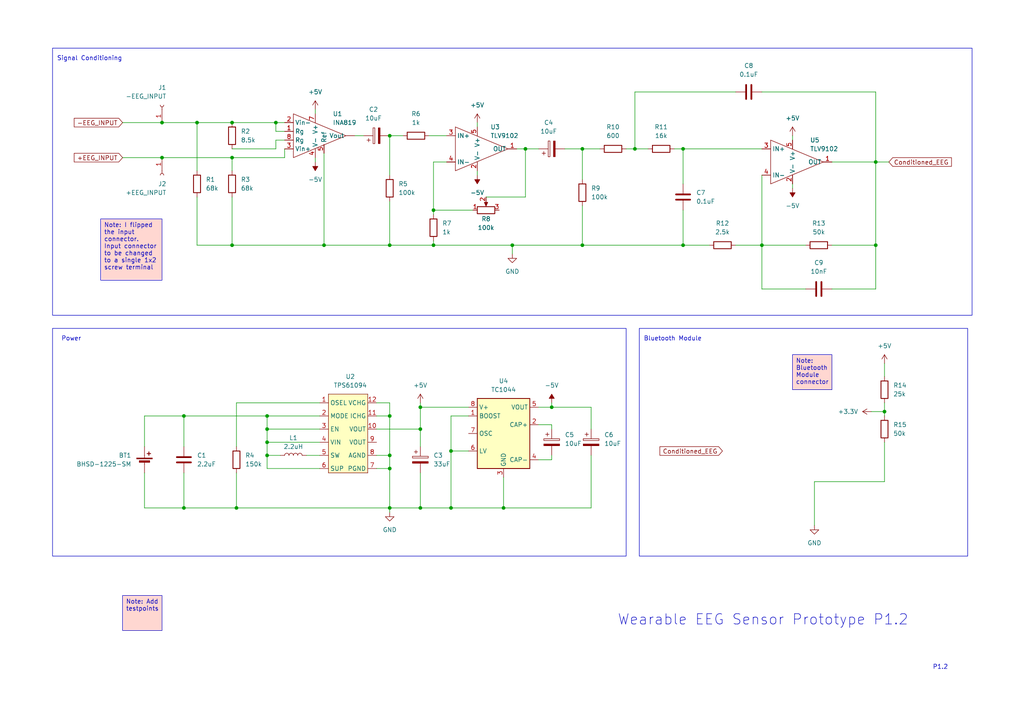
<source format=kicad_sch>
(kicad_sch (version 20230121) (generator eeschema)
  (paper "A4")
  (lib_symbols
    (symbol "Connector:Conn_01x01_Socket" (pin_names (offset 1.016) hide)
      (property "Reference" "J" (at 0 2.54 0))
      (property "Value" "Conn_01x01_Socket" (at 0 -2.54 0))
      (symbol "Conn_01x01_Socket_1_1"
        (polyline (pts (xy -1.27 0) (xy -0.508 0)) (stroke (width 0.1524)))
        (arc (start 0 0.508) (mid -0.5058 0) (end 0 -0.508) (stroke (width 0.1524)))
        (pin passive line (at -5.08 0 0) (length 3.81) (name "Pin_1") (number "1"))
      )
    )
    (symbol "Device:Battery_Cell" (pin_numbers hide) (pin_names (offset 0) hide)
      (property "Reference" "BT" (at 2.54 2.54 0))
      (property "Value" "Battery_Cell" (at 2.54 0 0))
      (symbol "Battery_Cell_0_1"
        (rectangle (start -2.286 1.778) (end 2.286 1.524) (fill (type outline)))
        (rectangle (start -1.524 1.016) (end 1.524 0.508) (fill (type outline)))
        (polyline (pts (xy 0 0.762) (xy 0 0)))
        (polyline (pts (xy 0 1.778) (xy 0 2.54)))
        (polyline (pts (xy 0.762 3.048) (xy 1.778 3.048)) (stroke (width 0.254)))
        (polyline (pts (xy 1.27 3.556) (xy 1.27 2.54)) (stroke (width 0.254)))
      )
      (symbol "Battery_Cell_1_1"
        (pin passive line (at 0 5.08 270) (length 2.54) (name "+") (number "1"))
        (pin passive line (at 0 -2.54 90) (length 2.54) (name "-") (number "2"))
      )
    )
    (symbol "Device:C" (pin_numbers hide) (pin_names (offset 0.254))
      (property "Reference" "C" (at 0.635 2.54 0))
      (property "Value" "C" (at 0.635 -2.54 0))
      (symbol "C_0_1"
        (polyline (pts (xy -2.032 -0.762) (xy 2.032 -0.762)) (stroke (width 0.508)))
        (polyline (pts (xy -2.032 0.762) (xy 2.032 0.762)) (stroke (width 0.508)))
      )
      (symbol "C_1_1"
        (pin passive line (at 0 3.81 270) (length 2.794) (name "~") (number "1"))
        (pin passive line (at 0 -3.81 90) (length 2.794) (name "~") (number "2"))
      )
    )
    (symbol "Device:C_Polarized" (pin_numbers hide) (pin_names (offset 0.254))
      (property "Reference" "C" (at 0.635 2.54 0))
      (property "Value" "C_Polarized" (at 0.635 -2.54 0))
      (symbol "C_Polarized_0_1"
        (rectangle (start -2.286 0.508) (end 2.286 1.016))
        (polyline (pts (xy -1.778 2.286) (xy -0.762 2.286)))
        (polyline (pts (xy -1.27 2.794) (xy -1.27 1.778)))
        (rectangle (start 2.286 -0.508) (end -2.286 -1.016) (fill (type outline)))
      )
      (symbol "C_Polarized_1_1"
        (pin passive line (at 0 3.81 270) (length 2.794) (name "~") (number "1"))
        (pin passive line (at 0 -3.81 90) (length 2.794) (name "~") (number "2"))
      )
    )
    (symbol "Device:L" (pin_numbers hide) (pin_names (offset 1.016) hide)
      (property "Reference" "L" (at -1.27 0 90))
      (property "Value" "L" (at 1.905 0 90))
      (symbol "L_0_1"
        (arc (start 0 -2.54) (mid 0.6323 -1.905) (end 0 -1.27))
        (arc (start 0 -1.27) (mid 0.6323 -0.635) (end 0 0))
        (arc (start 0 0) (mid 0.6323 0.635) (end 0 1.27))
        (arc (start 0 1.27) (mid 0.6323 1.905) (end 0 2.54))
      )
      (symbol "L_1_1"
        (pin passive line (at 0 3.81 270) (length 1.27) (name "1") (number "1"))
        (pin passive line (at 0 -3.81 90) (length 1.27) (name "2") (number "2"))
      )
    )
    (symbol "Device:R" (pin_numbers hide) (pin_names (offset 0))
      (property "Reference" "R" (at 2.032 0 90))
      (property "Value" "R" (at 0 0 90))
      (symbol "R_0_1"
        (rectangle (start -1.016 -2.54) (end 1.016 2.54) (stroke (width 0.254)))
      )
      (symbol "R_1_1"
        (pin passive line (at 0 3.81 270) (length 1.27) (name "~") (number "1"))
        (pin passive line (at 0 -3.81 90) (length 1.27) (name "~") (number "2"))
      )
    )
    (symbol "Device:R_Potentiometer" (pin_names (offset 1.016) hide)
      (property "Reference" "RV" (at -4.445 0 90))
      (property "Value" "R_Potentiometer" (at -2.54 0 90))
      (symbol "R_Potentiometer_0_1"
        (polyline (pts (xy 2.54 0) (xy 1.524 0)))
        (polyline (pts (xy 1.143 0) (xy 2.286 0.508) (xy 2.286 -0.508) (xy 1.143 0)) (fill (type outline)))
        (rectangle (start 1.016 2.54) (end -1.016 -2.54) (stroke (width 0.254)))
      )
      (symbol "R_Potentiometer_1_1"
        (pin passive line (at 0 3.81 270) (length 1.27) (name "1") (number "1"))
        (pin passive line (at 3.81 0 180) (length 1.27) (name "2") (number "2"))
        (pin passive line (at 0 -3.81 90) (length 1.27) (name "3") (number "3"))
      )
    )
    (symbol "My_Library:INA118"
      (property "Reference" "U" (at 3.81 6.35 0))
      (symbol "INA118_0_1"
        (polyline (pts (xy -5.08 5.08) (xy -5.08 -6.35) (xy 10.16 0) (xy -5.08 6.35) (xy -5.08 5.08)))
      )
      (symbol "INA118_1_0"
        (pin bidirectional line (at 12.7 0 180) (length 2.54) (name "Vout") (number ""))
        (pin bidirectional line (at -7.62 1.27 0) (length 2.54) (name "Rg") (number "1"))
        (pin input line (at -7.62 3.81 0) (length 2.54) (name "Vin-") (number "2"))
        (pin input line (at -7.62 -3.81 0) (length 2.54) (name "Vin+") (number "3"))
        (pin bidirectional line (at 1.27 -6.35 90) (length 2.54) (name "V-") (number "4"))
        (pin bidirectional line (at 3.81 -5.08 90) (length 2.54) (name "Ref") (number "5"))
        (pin bidirectional line (at 1.27 6.35 270) (length 2.54) (name "V+") (number "7"))
        (pin bidirectional line (at -7.62 -1.27 0) (length 2.54) (name "Rg") (number "8"))
      )
    )
    (symbol "My_Library:TLV9101"
      (property "Reference" "U" (at 0 8.89 0))
      (symbol "TLV9101_0_1"
        (polyline (pts (xy 0 7.62) (xy 0 -5.08) (xy 15.24 1.27) (xy 0 7.62)))
      )
      (symbol "TLV9101_1_0"
        (pin output line (at 17.78 1.27 180) (length 2.54) (name "OUT") (number "1"))
        (pin input line (at 6.35 -5.08 90) (length 2.54) (name "V-") (number "2"))
        (pin input line (at -2.54 5.08 0) (length 2.54) (name "IN+") (number "3"))
        (pin input line (at -2.54 -2.54 0) (length 2.54) (name "IN-") (number "4"))
        (pin input line (at 6.35 7.62 270) (length 2.54) (name "V+") (number "5"))
      )
    )
    (symbol "My_Library:TPS61094"
      (property "Reference" "U1" (at 1.27 5.08 0))
      (property "Value" "TPS61094" (at 1.27 2.54 0))
      (symbol "TPS61094_1_1"
        (polyline (pts (xy -5.08 0) (xy -5.08 -22.86) (xy 6.35 -22.86) (xy 6.35 0) (xy -5.08 0)) (fill (type background)))
        (pin input line (at -7.62 -2.54 0) (length 2.54) (name "OSEL") (number "1"))
        (pin output line (at 8.89 -10.16 180) (length 2.54) (name "VOUT") (number "10"))
        (pin input line (at 8.89 -6.35 180) (length 2.54) (name "ICHG") (number "11"))
        (pin input line (at 8.89 -2.54 180) (length 2.54) (name "VCHG") (number "12"))
        (pin input line (at -7.62 -6.35 0) (length 2.54) (name "MODE") (number "2"))
        (pin input line (at -7.62 -10.16 0) (length 2.54) (name "EN") (number "3"))
        (pin input line (at -7.62 -13.97 0) (length 2.54) (name "VIN") (number "4"))
        (pin input line (at -7.62 -17.78 0) (length 2.54) (name "SW") (number "5"))
        (pin input line (at -7.62 -21.59 0) (length 2.54) (name "SUP") (number "6"))
        (pin output line (at 8.89 -21.59 180) (length 2.54) (name "PGND") (number "7"))
        (pin output line (at 8.89 -17.78 180) (length 2.54) (name "AGND") (number "8"))
        (pin output line (at 8.89 -13.97 180) (length 2.54) (name "VOUT") (number "9"))
      )
    )
    (symbol "Regulator_SwitchedCapacitor:LTC1044"
      (property "Reference" "U" (at -6.35 11.43 0))
      (property "Value" "LTC1044" (at 3.81 11.43 0))
      (symbol "LTC1044_0_1"
        (rectangle (start -7.62 10.16) (end 7.62 -10.16) (stroke (width 0.254)) (fill (type background)))
      )
      (symbol "LTC1044_1_1"
        (pin input line (at -10.16 5.08 0) (length 2.54) (name "BOOST") (number "1"))
        (pin input line (at 10.16 2.54 180) (length 2.54) (name "CAP+") (number "2"))
        (pin power_in line (at 0 -12.7 90) (length 2.54) (name "GND") (number "3"))
        (pin input line (at 10.16 -7.62 180) (length 2.54) (name "CAP-") (number "4"))
        (pin power_out line (at 10.16 7.62 180) (length 2.54) (name "VOUT") (number "5"))
        (pin input line (at -10.16 -5.08 0) (length 2.54) (name "LV") (number "6"))
        (pin input line (at -10.16 0 0) (length 2.54) (name "OSC") (number "7"))
        (pin power_in line (at -10.16 7.62 0) (length 2.54) (name "V+") (number "8"))
      )
    )
    (symbol "power:+3.3V" (power) (pin_names (offset 0))
      (property "Value" "+3.3V" (at 0 3.556 0))
      (symbol "+3.3V_0_1"
        (polyline (pts (xy -0.762 1.27) (xy 0 2.54)))
        (polyline (pts (xy 0 0) (xy 0 2.54)))
        (polyline (pts (xy 0 2.54) (xy 0.762 1.27)))
      )
      (symbol "+3.3V_1_1"
        (pin power_in line (at 0 0 90) (length 0) hide (name "+3.3V") (number "1"))
      )
    )
    (symbol "power:+5V" (power) (pin_names (offset 0))
      (property "Value" "+5V" (at 0 3.556 0))
      (symbol "+5V_0_1"
        (polyline (pts (xy -0.762 1.27) (xy 0 2.54)))
        (polyline (pts (xy 0 0) (xy 0 2.54)))
        (polyline (pts (xy 0 2.54) (xy 0.762 1.27)))
      )
      (symbol "+5V_1_1"
        (pin power_in line (at 0 0 90) (length 0) hide (name "+5V") (number "1"))
      )
    )
    (symbol "power:-5V" (power) (pin_names (offset 0))
      (property "Value" "-5V" (at 0 3.81 0))
      (symbol "-5V_0_0"
        (pin power_in line (at 0 0 90) (length 0) hide (name "-5V") (number "1"))
      )
      (symbol "-5V_0_1"
        (polyline (pts (xy 0 0) (xy 0 1.27) (xy 0.762 1.27) (xy 0 2.54) (xy -0.762 1.27) (xy 0 1.27)) (fill (type outline)))
      )
    )
    (symbol "power:GND" (power) (pin_names (offset 0))
      (property "Value" "GND" (at 0 -3.81 0))
      (symbol "GND_0_1"
        (polyline (pts (xy 0 0) (xy 0 -1.27) (xy 1.27 -1.27) (xy 0 -2.54) (xy -1.27 -1.27) (xy 0 -1.27)))
      )
      (symbol "GND_1_1"
        (pin power_in line (at 0 0 270) (length 0) hide (name "GND") (number "1"))
      )
    )
  )
  (junction (at 125.73 71.12))
  (junction (at 46.99 45.72))
  (junction (at 67.31 71.12))
  (junction (at 113.03 39.37))
  (junction (at 130.81 130.81))
  (junction (at 125.73 60.96))
  (junction (at 130.81 147.32))
  (junction (at 53.34 120.65))
  (junction (at 77.47 128.27))
  (junction (at 198.12 43.18))
  (junction (at 168.91 71.12))
  (junction (at 68.58 147.32))
  (junction (at 77.47 120.65))
  (junction (at 198.12 71.12))
  (junction (at 254 71.12))
  (junction (at 168.91 43.18))
  (junction (at 148.59 71.12))
  (junction (at 113.03 147.32))
  (junction (at 113.03 135.89))
  (junction (at 121.92 118.11))
  (junction (at 46.99 35.56))
  (junction (at 113.03 120.65))
  (junction (at 220.98 71.12))
  (junction (at 152.4 43.18))
  (junction (at 113.03 132.08))
  (junction (at 67.31 35.56))
  (junction (at 121.92 147.32))
  (junction (at 77.47 124.46))
  (junction (at 146.05 147.32))
  (junction (at 113.03 71.12))
  (junction (at 53.34 147.32))
  (junction (at 93.98 71.12))
  (junction (at 67.31 45.72))
  (junction (at 254 46.99))
  (junction (at 184.15 43.18))
  (junction (at 256.54 119.38))
  (junction (at 80.01 35.56))
  (junction (at 121.92 124.46))
  (junction (at 57.15 35.56))
  (junction (at 160.02 118.11))
  (junction (at 77.47 132.08))
  (wire (pts (xy 241.3 46.99) (xy 254 46.99)))
  (wire (pts (xy 140.97 57.15) (xy 152.4 57.15)))
  (wire (pts (xy 41.91 120.65) (xy 53.34 120.65)))
  (wire (pts (xy 256.54 116.84) (xy 256.54 119.38)))
  (wire (pts (xy 125.73 60.96) (xy 137.16 60.96)))
  (wire (pts (xy 57.15 49.53) (xy 57.15 35.56)))
  (wire (pts (xy 152.4 43.18) (xy 152.4 57.15)))
  (wire (pts (xy 109.22 124.46) (xy 121.92 124.46)))
  (wire (pts (xy 121.92 147.32) (xy 130.81 147.32)))
  (wire (pts (xy 220.98 71.12) (xy 220.98 83.82)))
  (wire (pts (xy 213.36 26.67) (xy 184.15 26.67)))
  (wire (pts (xy 254 46.99) (xy 257.81 46.99)))
  (wire (pts (xy 57.15 35.56) (xy 67.31 35.56)))
  (wire (pts (xy 236.22 139.7) (xy 236.22 152.4)))
  (wire (pts (xy 109.22 120.65) (xy 113.03 120.65)))
  (wire (pts (xy 113.03 71.12) (xy 125.73 71.12)))
  (wire (pts (xy 77.47 128.27) (xy 77.47 124.46)))
  (wire (pts (xy 160.02 118.11) (xy 171.45 118.11)))
  (wire (pts (xy 80.01 43.18) (xy 80.01 40.64)))
  (wire (pts (xy 91.44 46.99) (xy 91.44 45.72)))
  (wire (pts (xy 113.03 148.59) (xy 113.03 147.32)))
  (wire (pts (xy 77.47 132.08) (xy 77.47 128.27)))
  (wire (pts (xy 113.03 39.37) (xy 116.84 39.37)))
  (wire (pts (xy 121.92 137.16) (xy 121.92 147.32)))
  (wire (pts (xy 35.56 45.72) (xy 46.99 45.72)))
  (wire (pts (xy 125.73 69.85) (xy 125.73 71.12)))
  (wire (pts (xy 125.73 46.99) (xy 125.73 60.96)))
  (wire (pts (xy 102.87 39.37) (xy 105.41 39.37)))
  (wire (pts (xy 213.36 71.12) (xy 220.98 71.12)))
  (wire (pts (xy 198.12 43.18) (xy 198.12 53.34)))
  (wire (pts (xy 254 46.99) (xy 254 71.12)))
  (wire (pts (xy 229.87 39.37) (xy 229.87 40.64)))
  (wire (pts (xy 135.89 120.65) (xy 130.81 120.65)))
  (wire (pts (xy 121.92 124.46) (xy 121.92 129.54)))
  (wire (pts (xy 88.9 132.08) (xy 92.71 132.08)))
  (wire (pts (xy 77.47 135.89) (xy 77.47 132.08)))
  (wire (pts (xy 77.47 124.46) (xy 92.71 124.46)))
  (wire (pts (xy 168.91 43.18) (xy 173.99 43.18)))
  (wire (pts (xy 160.02 116.84) (xy 160.02 118.11)))
  (wire (pts (xy 46.99 45.72) (xy 67.31 45.72)))
  (wire (pts (xy 109.22 116.84) (xy 113.03 116.84)))
  (wire (pts (xy 121.92 147.32) (xy 113.03 147.32)))
  (wire (pts (xy 67.31 57.15) (xy 67.31 71.12)))
  (wire (pts (xy 57.15 71.12) (xy 67.31 71.12)))
  (wire (pts (xy 80.01 35.56) (xy 80.01 38.1)))
  (wire (pts (xy 93.98 44.45) (xy 93.98 71.12)))
  (wire (pts (xy 68.58 116.84) (xy 68.58 129.54)))
  (wire (pts (xy 168.91 43.18) (xy 168.91 52.07)))
  (wire (pts (xy 171.45 132.08) (xy 171.45 147.32)))
  (wire (pts (xy 220.98 50.8) (xy 220.98 71.12)))
  (wire (pts (xy 160.02 132.08) (xy 160.02 133.35)))
  (wire (pts (xy 149.86 43.18) (xy 152.4 43.18)))
  (wire (pts (xy 67.31 43.18) (xy 80.01 43.18)))
  (wire (pts (xy 256.54 119.38) (xy 256.54 120.65)))
  (wire (pts (xy 82.55 45.72) (xy 82.55 43.18)))
  (wire (pts (xy 229.87 54.61) (xy 229.87 53.34)))
  (wire (pts (xy 160.02 118.11) (xy 156.21 118.11)))
  (wire (pts (xy 68.58 116.84) (xy 92.71 116.84)))
  (wire (pts (xy 57.15 57.15) (xy 57.15 71.12)))
  (wire (pts (xy 113.03 132.08) (xy 109.22 132.08)))
  (wire (pts (xy 138.43 35.56) (xy 138.43 36.83)))
  (wire (pts (xy 53.34 147.32) (xy 53.34 137.16)))
  (wire (pts (xy 113.03 135.89) (xy 113.03 147.32)))
  (wire (pts (xy 113.03 58.42) (xy 113.03 71.12)))
  (wire (pts (xy 148.59 71.12) (xy 168.91 71.12)))
  (wire (pts (xy 195.58 43.18) (xy 198.12 43.18)))
  (wire (pts (xy 113.03 120.65) (xy 113.03 132.08)))
  (wire (pts (xy 67.31 45.72) (xy 82.55 45.72)))
  (wire (pts (xy 168.91 71.12) (xy 198.12 71.12)))
  (wire (pts (xy 35.56 35.56) (xy 46.99 35.56)))
  (wire (pts (xy 160.02 124.46) (xy 160.02 123.19)))
  (wire (pts (xy 113.03 135.89) (xy 109.22 135.89)))
  (wire (pts (xy 80.01 38.1) (xy 82.55 38.1)))
  (wire (pts (xy 80.01 35.56) (xy 82.55 35.56)))
  (wire (pts (xy 46.99 35.56) (xy 57.15 35.56)))
  (wire (pts (xy 41.91 137.16) (xy 41.91 147.32)))
  (wire (pts (xy 160.02 133.35) (xy 156.21 133.35)))
  (wire (pts (xy 160.02 123.19) (xy 156.21 123.19)))
  (wire (pts (xy 93.98 71.12) (xy 113.03 71.12)))
  (wire (pts (xy 77.47 128.27) (xy 92.71 128.27)))
  (wire (pts (xy 256.54 105.41) (xy 256.54 109.22)))
  (wire (pts (xy 113.03 116.84) (xy 113.03 120.65)))
  (wire (pts (xy 81.28 132.08) (xy 77.47 132.08)))
  (wire (pts (xy 67.31 71.12) (xy 93.98 71.12)))
  (wire (pts (xy 220.98 26.67) (xy 254 26.67)))
  (wire (pts (xy 53.34 120.65) (xy 53.34 129.54)))
  (wire (pts (xy 254 46.99) (xy 254 26.67)))
  (wire (pts (xy 198.12 43.18) (xy 220.98 43.18)))
  (wire (pts (xy 130.81 130.81) (xy 130.81 147.32)))
  (wire (pts (xy 181.61 43.18) (xy 184.15 43.18)))
  (wire (pts (xy 77.47 124.46) (xy 77.47 120.65)))
  (wire (pts (xy 198.12 60.96) (xy 198.12 71.12)))
  (wire (pts (xy 113.03 50.8) (xy 113.03 39.37)))
  (wire (pts (xy 163.83 43.18) (xy 168.91 43.18)))
  (wire (pts (xy 220.98 83.82) (xy 233.68 83.82)))
  (wire (pts (xy 41.91 129.54) (xy 41.91 120.65)))
  (wire (pts (xy 91.44 31.75) (xy 91.44 33.02)))
  (wire (pts (xy 241.3 83.82) (xy 254 83.82)))
  (wire (pts (xy 68.58 137.16) (xy 68.58 147.32)))
  (wire (pts (xy 41.91 147.32) (xy 53.34 147.32)))
  (wire (pts (xy 256.54 128.27) (xy 256.54 139.7)))
  (wire (pts (xy 121.92 118.11) (xy 121.92 124.46)))
  (wire (pts (xy 146.05 138.43) (xy 146.05 147.32)))
  (wire (pts (xy 53.34 147.32) (xy 68.58 147.32)))
  (wire (pts (xy 125.73 60.96) (xy 125.73 62.23)))
  (wire (pts (xy 138.43 50.8) (xy 138.43 49.53)))
  (wire (pts (xy 152.4 43.18) (xy 156.21 43.18)))
  (wire (pts (xy 121.92 116.84) (xy 121.92 118.11)))
  (wire (pts (xy 171.45 124.46) (xy 171.45 118.11)))
  (wire (pts (xy 135.89 130.81) (xy 130.81 130.81)))
  (wire (pts (xy 256.54 139.7) (xy 236.22 139.7)))
  (wire (pts (xy 67.31 35.56) (xy 80.01 35.56)))
  (wire (pts (xy 130.81 120.65) (xy 130.81 130.81)))
  (wire (pts (xy 198.12 71.12) (xy 205.74 71.12)))
  (wire (pts (xy 168.91 59.69) (xy 168.91 71.12)))
  (wire (pts (xy 67.31 49.53) (xy 67.31 45.72)))
  (wire (pts (xy 53.34 120.65) (xy 77.47 120.65)))
  (wire (pts (xy 125.73 71.12) (xy 148.59 71.12)))
  (wire (pts (xy 148.59 73.66) (xy 148.59 71.12)))
  (wire (pts (xy 252.73 119.38) (xy 256.54 119.38)))
  (wire (pts (xy 241.3 71.12) (xy 254 71.12)))
  (wire (pts (xy 77.47 120.65) (xy 92.71 120.65)))
  (wire (pts (xy 184.15 26.67) (xy 184.15 43.18)))
  (wire (pts (xy 80.01 40.64) (xy 82.55 40.64)))
  (wire (pts (xy 124.46 39.37) (xy 129.54 39.37)))
  (wire (pts (xy 254 71.12) (xy 254 83.82)))
  (wire (pts (xy 92.71 135.89) (xy 77.47 135.89)))
  (wire (pts (xy 121.92 118.11) (xy 135.89 118.11)))
  (wire (pts (xy 233.68 71.12) (xy 220.98 71.12)))
  (wire (pts (xy 130.81 147.32) (xy 146.05 147.32)))
  (wire (pts (xy 146.05 147.32) (xy 171.45 147.32)))
  (wire (pts (xy 68.58 147.32) (xy 113.03 147.32)))
  (wire (pts (xy 113.03 132.08) (xy 113.03 135.89)))
  (wire (pts (xy 184.15 43.18) (xy 187.96 43.18)))
  (wire (pts (xy 125.73 46.99) (xy 129.54 46.99)))
  (rectangle (start 15.24 95.25) (end 181.61 161.29))
  (rectangle (start 185.42 95.25) (end 280.67 161.29))
  (rectangle (start 15.24 13.97) (end 281.94 91.44))
  (text_box "Note: Bluetooth Module connector" (at 229.87 102.87 0) (size 11.43 10.16) (fill (type color) (color 255 215 209 1)) (effects (font (size 1.27 1.27)) (justify left top)))
  (text_box "Note: Add testpoints" (at 35.56 172.72 0) (size 11.43 10.16) (fill (type color) (color 255 215 209 1)) (effects (font (size 1.27 1.27)) (justify left top)))
  (text_box "Note: I flipped the input connector. Input connector to be changed to a single 1x2 screw terminal" (at 29.21 63.5 0) (size 17.78 17.78) (fill (type color) (color 255 215 209 1)) (effects (font (size 1.27 1.27)) (justify left top)))
  (text "Wearable EEG Sensor Prototype P1.2" (at 179.07 181.61 0) (effects (font (size 3 3)) (justify left bottom)))
  (text "Power" (at 17.78 99.06 0) (effects (font (size 1.27 1.27)) (justify left bottom)))
  (text "Bluetooth Module" (at 186.69 99.06 0) (effects (font (size 1.27 1.27)) (justify left bottom)))
  (text "P1.2" (at 270.51 194.31 0) (effects (font (size 1.27 1.27)) (justify left bottom)))
  (text "Signal Conditioning" (at 16.51 17.78 0) (effects (font (size 1.27 1.27)) (justify left bottom)))
  (global_label "Conditioned_EEG" (shape input) (at 257.81 46.99 0) (property "Intersheetrefs" "${INTERSHEET_REFS}" (effects hide)))
  (global_label "Conditioned_EEG" (shape input) (at 209.55 130.81 180) (property "Intersheetrefs" "${INTERSHEET_REFS}" (effects hide)))
  (global_label "+EEG_INPUT" (shape input) (at 35.56 45.72 180) (property "Intersheetrefs" "${INTERSHEET_REFS}" (effects hide)))
  (global_label "-EEG_INPUT" (shape input) (at 35.56 35.56 180) (property "Intersheetrefs" "${INTERSHEET_REFS}" (effects hide)))
  (symbol (lib_id "My_Library:INA118") (at 90.17 39.37 0) (unit 1)
    (property "Reference" "U1" (at 96.52 33.02 0) (effects (justify left)))
    (property "Value" "INA819" (at 96.52 35.56 0) (effects (justify left)))
  )
  (symbol (lib_id "Device:R") (at 67.31 53.34 0) (unit 1)
    (property "Reference" "R3" (at 69.85 52.07 0) (effects (justify left)))
    (property "Value" "68k" (at 69.85 54.61 0) (effects (justify left)))
    (property "Footprint" "Resistor_THT:R_Axial_DIN0207_L6.3mm_D2.5mm_P10.16mm_Horizontal" (effects hide))
  )
  (symbol (lib_id "power:-5V") (at 138.43 50.8 180) (unit 1)
    (property "Reference" "#PWR09" (effects hide))
    (property "Value" "-5V" (at 138.43 55.88 0))
  )
  (symbol (lib_id "Connector:Conn_01x01_Socket") (at 46.99 30.48 270) (mirror x) (unit 1)
    (property "Reference" "J1" (at 48.26 25.4 90) (effects (justify right)))
    (property "Value" "-EEG_INPUT" (at 48.26 27.94 90) (effects (justify right)))
  )
  (symbol (lib_id "Device:R") (at 113.03 54.61 0) (unit 1)
    (property "Reference" "R5" (at 115.57 53.34 0) (effects (justify left)))
    (property "Value" "100k" (at 115.57 55.88 0) (effects (justify left)))
    (property "Footprint" "Resistor_THT:R_Axial_DIN0207_L6.3mm_D2.5mm_P10.16mm_Horizontal" (effects hide))
  )
  (symbol (lib_id "Device:R") (at 256.54 124.46 0) (unit 1)
    (property "Reference" "R15" (at 259.08 123.19 0) (effects (justify left)))
    (property "Value" "50k" (at 259.08 125.73 0) (effects (justify left)))
  )
  (symbol (lib_id "power:+3.3V") (at 252.73 119.38 90) (unit 1)
    (property "Reference" "#PWR013" (effects hide))
    (property "Value" "+3.3V" (at 248.92 119.38 90) (effects (justify left)))
  )
  (symbol (lib_id "power:+5V") (at 138.43 35.56 0) (unit 1)
    (property "Reference" "#PWR04" (effects hide))
    (property "Value" "+5V" (at 138.43 30.48 0))
  )
  (symbol (lib_id "Device:R_Potentiometer") (at 140.97 60.96 90) (unit 1)
    (property "Reference" "R8" (at 140.97 63.5 90))
    (property "Value" "100k" (at 140.97 66.04 90))
    (property "Footprint" "Resistor_THT:R_Axial_DIN0207_L6.3mm_D2.5mm_P10.16mm_Horizontal" (effects hide))
  )
  (symbol (lib_id "Device:Battery_Cell") (at 41.91 134.62 0) (unit 1)
    (property "Reference" "BT1" (at 38.1 132.08 0) (effects (justify right)))
    (property "Value" "BHSD-1225-SM" (at 38.1 134.62 0) (effects (justify right)))
  )
  (symbol (lib_id "Device:R") (at 67.31 39.37 0) (unit 1)
    (property "Reference" "R2" (at 69.85 38.1 0) (effects (justify left)))
    (property "Value" "8.5k" (at 69.85 40.64 0) (effects (justify left)))
    (property "Footprint" "Resistor_THT:R_Axial_DIN0207_L6.3mm_D2.5mm_P10.16mm_Horizontal" (effects hide))
  )
  (symbol (lib_id "power:-5V") (at 91.44 46.99 180) (unit 1)
    (property "Reference" "#PWR08" (effects hide))
    (property "Value" "-5V" (at 91.44 52.07 0))
  )
  (symbol (lib_id "Device:R") (at 120.65 39.37 90) (unit 1)
    (property "Reference" "R6" (at 120.65 33.02 90))
    (property "Value" "1k" (at 120.65 35.56 90))
    (property "Footprint" "Resistor_THT:R_Axial_DIN0207_L6.3mm_D2.5mm_P10.16mm_Horizontal" (effects hide))
  )
  (symbol (lib_id "Device:C_Polarized") (at 109.22 39.37 90) (unit 1)
    (property "Reference" "C2" (at 108.331 31.75 90))
    (property "Value" "10uF" (at 108.331 34.29 90))
    (property "Footprint" "Capacitor_THT:CP_Radial_D5.0mm_P2.50mm" (effects hide))
  )
  (symbol (lib_id "Device:C_Polarized") (at 160.02 128.27 0) (unit 1)
    (property "Reference" "C5" (at 163.83 126.111 0) (effects (justify left)))
    (property "Value" "10uF" (at 163.83 128.651 0) (effects (justify left)))
    (property "Footprint" "Capacitor_THT:CP_Radial_D5.0mm_P2.50mm" (effects hide))
  )
  (symbol (lib_id "power:-5V") (at 229.87 54.61 180) (unit 1)
    (property "Reference" "#PWR010" (effects hide))
    (property "Value" "-5V" (at 229.87 59.69 0))
  )
  (symbol (lib_id "power:+5V") (at 121.92 116.84 0) (unit 1)
    (property "Reference" "#PWR01" (effects hide))
    (property "Value" "+5V" (at 121.92 111.76 0))
  )
  (symbol (lib_id "Device:C") (at 53.34 133.35 0) (unit 1)
    (property "Reference" "C1" (at 57.15 132.08 0) (effects (justify left)))
    (property "Value" "2.2uF" (at 57.15 134.62 0) (effects (justify left)))
    (property "Footprint" "Capacitor_THT:C_Rect_L7.0mm_W4.5mm_P5.00mm" (effects hide))
  )
  (symbol (lib_id "Regulator_SwitchedCapacitor:LTC1044") (at 146.05 125.73 0) (unit 1)
    (property "Reference" "U4" (at 146.05 110.49 0))
    (property "Value" "TC1044" (at 146.05 113.03 0))
    (property "Datasheet" "https://www.analog.com/media/en/technical-documentation/data-sheets/lt1044.pdf" (effects hide))
  )
  (symbol (lib_id "My_Library:TLV9101") (at 132.08 44.45 0) (unit 1)
    (property "Reference" "U3" (at 142.24 36.83 0) (effects (justify left)))
    (property "Value" "TLV9102" (at 142.24 39.37 0) (effects (justify left)))
  )
  (symbol (lib_id "Device:R") (at 256.54 113.03 0) (unit 1)
    (property "Reference" "R14" (at 259.08 111.76 0) (effects (justify left)))
    (property "Value" "25k" (at 259.08 114.3 0) (effects (justify left)))
  )
  (symbol (lib_id "power:+5V") (at 229.87 39.37 0) (unit 1)
    (property "Reference" "#PWR05" (effects hide))
    (property "Value" "+5V" (at 229.87 34.29 0))
  )
  (symbol (lib_id "power:GND") (at 148.59 73.66 0) (unit 1)
    (property "Reference" "#PWR07" (effects hide))
    (property "Value" "GND" (at 148.59 78.74 0))
  )
  (symbol (lib_id "power:GND") (at 113.03 148.59 0) (unit 1)
    (property "Reference" "#PWR03" (effects hide))
    (property "Value" "GND" (at 113.03 153.67 0))
  )
  (symbol (lib_id "Device:R") (at 68.58 133.35 0) (unit 1)
    (property "Reference" "R4" (at 71.12 132.08 0) (effects (justify left)))
    (property "Value" "150k" (at 71.12 134.62 0) (effects (justify left)))
    (property "Footprint" "Resistor_THT:R_Axial_DIN0207_L6.3mm_D2.5mm_P10.16mm_Horizontal" (effects hide))
  )
  (symbol (lib_id "Device:L") (at 85.09 132.08 90) (unit 1)
    (property "Reference" "L1" (at 85.09 127 90))
    (property "Value" "2.2uH" (at 85.09 129.54 90))
  )
  (symbol (lib_id "Device:R") (at 191.77 43.18 90) (unit 1)
    (property "Reference" "R11" (at 191.77 36.83 90))
    (property "Value" "16k" (at 191.77 39.37 90))
    (property "Footprint" "Resistor_THT:R_Axial_DIN0207_L6.3mm_D2.5mm_P10.16mm_Horizontal" (effects hide))
  )
  (symbol (lib_id "Device:R") (at 209.55 71.12 270) (unit 1)
    (property "Reference" "R12" (at 209.55 64.77 90))
    (property "Value" "2.5k" (at 209.55 67.31 90))
    (property "Footprint" "Resistor_THT:R_Axial_DIN0207_L6.3mm_D2.5mm_P10.16mm_Horizontal" (effects hide))
  )
  (symbol (lib_id "Device:C_Polarized") (at 171.45 128.27 0) (unit 1)
    (property "Reference" "C6" (at 175.26 126.111 0) (effects (justify left)))
    (property "Value" "10uF" (at 175.26 128.651 0) (effects (justify left)))
    (property "Footprint" "Capacitor_THT:CP_Radial_D5.0mm_P2.50mm" (effects hide))
  )
  (symbol (lib_id "Device:C_Polarized") (at 160.02 43.18 90) (unit 1)
    (property "Reference" "C4" (at 159.131 35.56 90))
    (property "Value" "10uF" (at 159.131 38.1 90))
    (property "Footprint" "Capacitor_THT:CP_Radial_D5.0mm_P2.50mm" (effects hide))
  )
  (symbol (lib_id "Device:R") (at 125.73 66.04 180) (unit 1)
    (property "Reference" "R7" (at 128.27 64.77 0) (effects (justify right)))
    (property "Value" "1k" (at 128.27 67.31 0) (effects (justify right)))
    (property "Footprint" "Resistor_THT:R_Axial_DIN0207_L6.3mm_D2.5mm_P10.16mm_Horizontal" (effects hide))
  )
  (symbol (lib_id "power:+5V") (at 91.44 31.75 0) (unit 1)
    (property "Reference" "#PWR02" (effects hide))
    (property "Value" "+5V" (at 91.44 26.67 0))
  )
  (symbol (lib_id "power:+5V") (at 256.54 105.41 0) (unit 1)
    (property "Reference" "#PWR012" (effects hide))
    (property "Value" "+5V" (at 256.54 100.33 0))
  )
  (symbol (lib_id "power:-5V") (at 160.02 116.84 0) (unit 1)
    (property "Reference" "#PWR06" (effects hide))
    (property "Value" "-5V" (at 160.02 111.76 0))
  )
  (symbol (lib_id "Connector:Conn_01x01_Socket") (at 46.99 50.8 90) (mirror x) (unit 1)
    (property "Reference" "J2" (at 48.26 53.34 90) (effects (justify left)))
    (property "Value" "+EEG_INPUT" (at 48.26 55.88 90) (effects (justify left)))
  )
  (symbol (lib_id "Device:C") (at 198.12 57.15 180) (unit 1)
    (property "Reference" "C7" (at 201.93 55.88 0) (effects (justify right)))
    (property "Value" "0.1uF" (at 201.93 58.42 0) (effects (justify right)))
    (property "Footprint" "Capacitor_THT:C_Rect_L7.0mm_W4.5mm_P5.00mm" (effects hide))
  )
  (symbol (lib_id "Device:C_Polarized") (at 121.92 133.35 0) (unit 1)
    (property "Reference" "C3" (at 125.73 132.08 0) (effects (justify left)))
    (property "Value" "33uF" (at 125.73 134.62 0) (effects (justify left)))
    (property "Footprint" "Capacitor_THT:CP_Radial_D8.0mm_P5.00mm" (effects hide))
  )
  (symbol (lib_id "Device:R") (at 177.8 43.18 90) (unit 1)
    (property "Reference" "R10" (at 177.8 36.83 90))
    (property "Value" "600" (at 177.8 39.37 90))
    (property "Footprint" "Resistor_THT:R_Axial_DIN0207_L6.3mm_D2.5mm_P10.16mm_Horizontal" (effects hide))
  )
  (symbol (lib_id "Device:R") (at 168.91 55.88 0) (unit 1)
    (property "Reference" "R9" (at 171.45 54.61 0) (effects (justify left)))
    (property "Value" "100k" (at 171.45 57.15 0) (effects (justify left)))
    (property "Footprint" "Resistor_THT:R_Axial_DIN0207_L6.3mm_D2.5mm_P10.16mm_Horizontal" (effects hide))
  )
  (symbol (lib_id "Device:R") (at 57.15 53.34 0) (unit 1)
    (property "Reference" "R1" (at 59.69 52.07 0) (effects (justify left)))
    (property "Value" "68k" (at 59.69 54.61 0) (effects (justify left)))
    (property "Footprint" "Resistor_THT:R_Axial_DIN0207_L6.3mm_D2.5mm_P10.16mm_Horizontal" (effects hide))
  )
  (symbol (lib_id "My_Library:TLV9101") (at 223.52 48.26 0) (unit 1)
    (property "Reference" "U5" (at 234.95 40.64 0) (effects (justify left)))
    (property "Value" "TLV9102" (at 234.95 43.18 0) (effects (justify left)))
  )
  (symbol (lib_id "power:GND") (at 236.22 152.4 0) (unit 1)
    (property "Reference" "#PWR011" (effects hide))
    (property "Value" "GND" (at 236.22 157.48 0))
  )
  (symbol (lib_id "My_Library:TPS61094") (at 100.33 114.3 0) (unit 1)
    (property "Reference" "U2" (at 101.6 109.22 0))
    (property "Value" "TPS61094" (at 101.6 111.76 0))
  )
  (symbol (lib_id "Device:C") (at 217.17 26.67 270) (unit 1)
    (property "Reference" "C8" (at 217.17 19.05 90))
    (property "Value" "0.1uF" (at 217.17 21.59 90))
    (property "Footprint" "Capacitor_THT:C_Rect_L7.0mm_W2.5mm_P5.00mm" (effects hide))
  )
  (symbol (lib_id "Device:C") (at 237.49 83.82 270) (unit 1)
    (property "Reference" "C9" (at 237.49 76.2 90))
    (property "Value" "10nF" (at 237.49 78.74 90))
    (property "Footprint" "Capacitor_THT:C_Rect_L7.0mm_W2.5mm_P5.00mm" (effects hide))
  )
  (symbol (lib_id "Device:R") (at 237.49 71.12 270) (unit 1)
    (property "Reference" "R13" (at 237.49 64.77 90))
    (property "Value" "50k" (at 237.49 67.31 90))
    (property "Footprint" "Resistor_THT:R_Axial_DIN0207_L6.3mm_D2.5mm_P10.16mm_Horizontal" (effects hide))
  )
)
</source>
